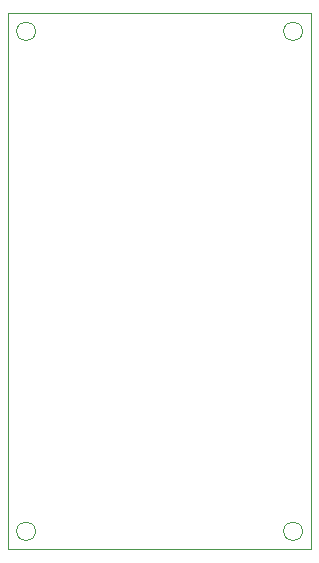
<source format=gbr>
%TF.GenerationSoftware,KiCad,Pcbnew,7.0.1*%
%TF.CreationDate,2023-05-21T17:25:09+09:00*%
%TF.ProjectId,joystick_gpio_input_main_part,6a6f7973-7469-4636-9b5f-6770696f5f69,2*%
%TF.SameCoordinates,PX7863d30PY784b050*%
%TF.FileFunction,Profile,NP*%
%FSLAX46Y46*%
G04 Gerber Fmt 4.6, Leading zero omitted, Abs format (unit mm)*
G04 Created by KiCad (PCBNEW 7.0.1) date 2023-05-21 17:25:09*
%MOMM*%
%LPD*%
G01*
G04 APERTURE LIST*
%TA.AperFunction,Profile*%
%ADD10C,0.100000*%
%TD*%
G04 APERTURE END LIST*
D10*
X2311400Y1498600D02*
G75*
G03*
X2311400Y1498600I-800000J0D01*
G01*
X2311400Y43827600D02*
G75*
G03*
X2311400Y43827600I-800000J0D01*
G01*
X24917400Y1498600D02*
G75*
G03*
X24917400Y1498600I-800000J0D01*
G01*
X0Y45339000D02*
X25628600Y45339000D01*
X25628600Y0D01*
X0Y0D01*
X0Y45339000D01*
X24917400Y43827600D02*
G75*
G03*
X24917400Y43827600I-800000J0D01*
G01*
M02*

</source>
